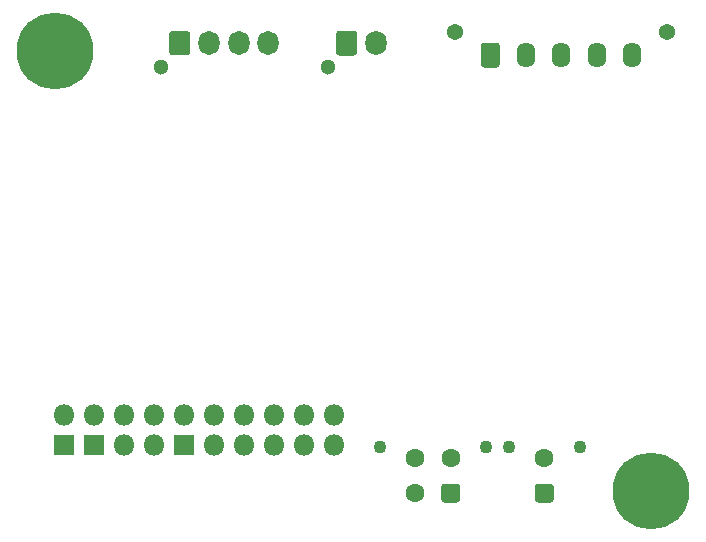
<source format=gbr>
%TF.GenerationSoftware,KiCad,Pcbnew,(5.1.6-0-10_14)*%
%TF.CreationDate,2021-05-10T19:53:14+02:00*%
%TF.ProjectId,CAN_Display,43414e5f-4469-4737-906c-61792e6b6963,rev?*%
%TF.SameCoordinates,Original*%
%TF.FileFunction,Soldermask,Bot*%
%TF.FilePolarity,Negative*%
%FSLAX46Y46*%
G04 Gerber Fmt 4.6, Leading zero omitted, Abs format (unit mm)*
G04 Created by KiCad (PCBNEW (5.1.6-0-10_14)) date 2021-05-10 19:53:14*
%MOMM*%
%LPD*%
G01*
G04 APERTURE LIST*
%ADD10O,1.800000X1.800000*%
%ADD11R,1.800000X1.800000*%
%ADD12C,1.300000*%
%ADD13O,1.800000X2.100000*%
%ADD14O,1.800000X2.050000*%
%ADD15O,1.600000X2.120000*%
%ADD16C,1.370000*%
%ADD17C,1.600000*%
%ADD18C,1.100000*%
%ADD19C,0.900000*%
%ADD20C,6.500000*%
G04 APERTURE END LIST*
D10*
%TO.C,J5*%
X139192000Y-111760000D03*
X139192000Y-114300000D03*
X136652000Y-111760000D03*
X136652000Y-114300000D03*
X134112000Y-111760000D03*
D11*
X134112000Y-114300000D03*
%TD*%
D12*
%TO.C,J2*%
X153888000Y-82264000D03*
D13*
X157988000Y-80264000D03*
G36*
G01*
X154588000Y-81049294D02*
X154588000Y-79478706D01*
G75*
G02*
X154852706Y-79214000I264706J0D01*
G01*
X156123294Y-79214000D01*
G75*
G02*
X156388000Y-79478706I0J-264706D01*
G01*
X156388000Y-81049294D01*
G75*
G02*
X156123294Y-81314000I-264706J0D01*
G01*
X154852706Y-81314000D01*
G75*
G02*
X154588000Y-81049294I0J264706D01*
G01*
G37*
%TD*%
D12*
%TO.C,J4*%
X139744000Y-82264000D03*
D14*
X148844000Y-80264000D03*
X146344000Y-80264000D03*
X143844000Y-80264000D03*
G36*
G01*
X140444000Y-81024294D02*
X140444000Y-79503706D01*
G75*
G02*
X140708706Y-79239000I264706J0D01*
G01*
X141979294Y-79239000D01*
G75*
G02*
X142244000Y-79503706I0J-264706D01*
G01*
X142244000Y-81024294D01*
G75*
G02*
X141979294Y-81289000I-264706J0D01*
G01*
X140708706Y-81289000D01*
G75*
G02*
X140444000Y-81024294I0J264706D01*
G01*
G37*
%TD*%
D10*
%TO.C,J3*%
X131572000Y-111760000D03*
D11*
X131572000Y-114300000D03*
%TD*%
D15*
%TO.C,J6*%
X179640000Y-81280000D03*
X176640000Y-81280000D03*
X173640000Y-81280000D03*
X170640000Y-81280000D03*
G36*
G01*
X166840000Y-82073333D02*
X166840000Y-80486667D01*
G75*
G02*
X167106667Y-80220000I266667J0D01*
G01*
X168173333Y-80220000D01*
G75*
G02*
X168440000Y-80486667I0J-266667D01*
G01*
X168440000Y-82073333D01*
G75*
G02*
X168173333Y-82340000I-266667J0D01*
G01*
X167106667Y-82340000D01*
G75*
G02*
X166840000Y-82073333I0J266667D01*
G01*
G37*
D16*
X182640000Y-79320000D03*
X164640000Y-79320000D03*
%TD*%
D10*
%TO.C,J7*%
X154432000Y-111760000D03*
X154432000Y-114300000D03*
X151892000Y-111760000D03*
X151892000Y-114300000D03*
X149352000Y-111760000D03*
X149352000Y-114300000D03*
X146812000Y-111760000D03*
X146812000Y-114300000D03*
X144272000Y-111760000D03*
X144272000Y-114300000D03*
X141732000Y-111760000D03*
D11*
X141732000Y-114300000D03*
%TD*%
D17*
%TO.C,J8*%
X172212000Y-115364000D03*
G36*
G01*
X173012000Y-117830667D02*
X173012000Y-118897333D01*
G75*
G02*
X172745333Y-119164000I-266667J0D01*
G01*
X171678667Y-119164000D01*
G75*
G02*
X171412000Y-118897333I0J266667D01*
G01*
X171412000Y-117830667D01*
G75*
G02*
X171678667Y-117564000I266667J0D01*
G01*
X172745333Y-117564000D01*
G75*
G02*
X173012000Y-117830667I0J-266667D01*
G01*
G37*
D18*
X169212000Y-114424000D03*
X175212000Y-114424000D03*
%TD*%
D19*
%TO.C,H2*%
X182972112Y-116459000D03*
X181275056Y-115756056D03*
X179578000Y-116459000D03*
X178875056Y-118156056D03*
X179578000Y-119853112D03*
X181275056Y-120556056D03*
X182972112Y-119853112D03*
X183675056Y-118156056D03*
D20*
X181275056Y-118156056D03*
%TD*%
D19*
%TO.C,H1*%
X132507056Y-79201944D03*
X130810000Y-78499000D03*
X129112944Y-79201944D03*
X128410000Y-80899000D03*
X129112944Y-82596056D03*
X130810000Y-83299000D03*
X132507056Y-82596056D03*
X133210000Y-80899000D03*
D20*
X130810000Y-80899000D03*
%TD*%
D17*
%TO.C,J1*%
X161290000Y-115364000D03*
X164290000Y-115364000D03*
X161290000Y-118364000D03*
G36*
G01*
X165090000Y-117830667D02*
X165090000Y-118897333D01*
G75*
G02*
X164823333Y-119164000I-266667J0D01*
G01*
X163756667Y-119164000D01*
G75*
G02*
X163490000Y-118897333I0J266667D01*
G01*
X163490000Y-117830667D01*
G75*
G02*
X163756667Y-117564000I266667J0D01*
G01*
X164823333Y-117564000D01*
G75*
G02*
X165090000Y-117830667I0J-266667D01*
G01*
G37*
D18*
X158290000Y-114424000D03*
X167290000Y-114424000D03*
%TD*%
M02*

</source>
